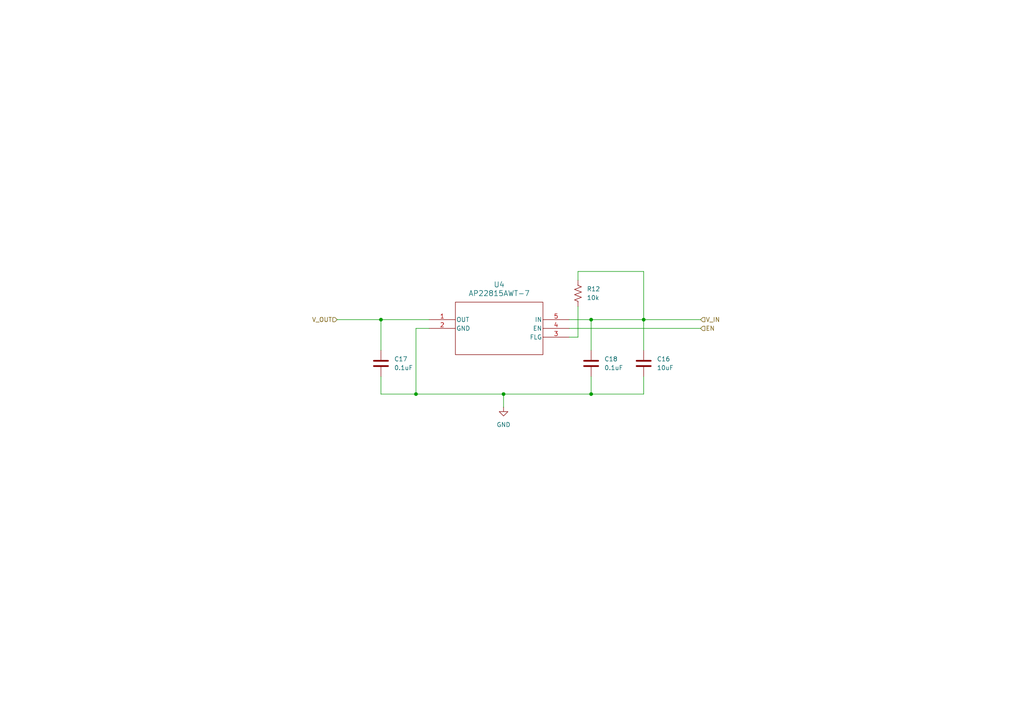
<source format=kicad_sch>
(kicad_sch (version 20250114) (generator "eeschema") (generator_version "9.0")
  (paper "A4")
  (title_block (title "Enable Switch for GPS and SD Card") (date "2025-07-29") (company "California Strawberry Commission"))
  (lib_symbols
    (symbol "Device:C" (pin_numbers (hide yes)) (pin_names (offset 0.254))
      (property "Reference" "C" (at 0.635 2.54 0))
      (property "Value" "C" (at 0.635 -2.54 0))
      (symbol "C_0_1"
        (polyline (pts (xy -2.032 0.762) (xy 2.032 0.762)) (stroke (width 0.508)))
        (polyline (pts (xy -2.032 -0.762) (xy 2.032 -0.762)) (stroke (width 0.508)))
      )
      (symbol "C_1_1"
        (pin passive line (at 0 3.81 270) (length 2.794) (name "~") (number "1"))
        (pin passive line (at 0 -3.81 90) (length 2.794) (name "~") (number "2"))
      )
    )
    (symbol "Device:R_US" (pin_numbers (hide yes)) (pin_names (offset 0))
      (property "Reference" "R" (at 2.54 0 90))
      (property "Value" "R_US" (at -2.54 0 90))
      (symbol "R_US_0_1"
        (polyline (pts (xy 0 2.286) (xy 0 2.54)))
        (polyline (pts (xy 0 2.286) (xy 1.016 1.905) (xy 0 1.524) (xy -1.016 1.143) (xy 0 0.762)))
        (polyline (pts (xy 0 0.762) (xy 1.016 0.381) (xy 0 0) (xy -1.016 -0.381) (xy 0 -0.762)))
        (polyline (pts (xy 0 -0.762) (xy 1.016 -1.143) (xy 0 -1.524) (xy -1.016 -1.905) (xy 0 -2.286)))
        (polyline (pts (xy 0 -2.286) (xy 0 -2.54)))
      )
      (symbol "R_US_1_1"
        (pin passive line (at 0 3.81 270) (length 1.27) (name "~") (number "1"))
        (pin passive line (at 0 -3.81 90) (length 1.27) (name "~") (number "2"))
      )
    )
    (symbol "power:GND" (power) (pin_numbers (hide yes)) (pin_names (offset 0) (hide yes))
      (property "Value" "GND" (at 0 -3.81 0))
      (symbol "GND_0_1"
        (polyline (pts (xy 0 0) (xy 0 -1.27) (xy 1.27 -1.27) (xy 0 -2.54) (xy -1.27 -1.27) (xy 0 -1.27)))
      )
      (symbol "GND_1_1"
        (pin power_in line (at 0 0 270) (length 0) (name "~") (number "1"))
      )
    )
    (symbol "voltage_switch:AP22815AWT-7" (pin_names (offset 0.254))
      (property "Reference" "U4" (at 20.32 10.16 0))
      (property "Value" "AP22815AWT-7" (at 20.32 7.62 0))
      (symbol "AP22815AWT-7_0_1"
        (pin output line (at 0 0 0) (length 7.62) (name "OUT") (number "1"))
        (pin power_out line (at 0 -2.54 0) (length 7.62) (name "GND") (number "2"))
        (pin unspecified line (at 40.64 0 180) (length 7.62) (name "IN") (number "5"))
        (pin unspecified line (at 40.64 -2.54 180) (length 7.62) (name "EN") (number "4"))
        (pin unspecified line (at 40.64 -5.08 180) (length 7.62) (name "FLG") (number "3"))
      )
      (symbol "AP22815AWT-7_1_1"
        (rectangle (start 7.62 5.08) (end 33.02 -10.16))
      )
    )
  )
  (junction (at 120.65 114.3))
  (junction (at 110.49 92.71))
  (junction (at 171.45 114.3))
  (junction (at 146.05 114.3))
  (junction (at 171.45 92.71))
  (junction (at 186.69 92.71))
  (wire (pts (xy 167.64 97.79) (xy 167.64 88.9)))
  (wire (pts (xy 186.69 109.22) (xy 186.69 114.3)))
  (wire (pts (xy 165.1 92.71) (xy 171.45 92.71)))
  (wire (pts (xy 203.2 95.25) (xy 165.1 95.25)))
  (wire (pts (xy 110.49 92.71) (xy 110.49 101.6)))
  (wire (pts (xy 110.49 114.3) (xy 120.65 114.3)))
  (wire (pts (xy 167.64 81.28) (xy 167.64 78.74)))
  (wire (pts (xy 167.64 78.74) (xy 186.69 78.74)))
  (wire (pts (xy 146.05 114.3) (xy 146.05 118.11)))
  (wire (pts (xy 124.46 95.25) (xy 120.65 95.25)))
  (wire (pts (xy 186.69 78.74) (xy 186.69 92.71)))
  (wire (pts (xy 120.65 95.25) (xy 120.65 114.3)))
  (wire (pts (xy 146.05 114.3) (xy 171.45 114.3)))
  (wire (pts (xy 171.45 92.71) (xy 186.69 92.71)))
  (wire (pts (xy 171.45 114.3) (xy 186.69 114.3)))
  (wire (pts (xy 171.45 92.71) (xy 171.45 101.6)))
  (wire (pts (xy 97.79 92.71) (xy 110.49 92.71)))
  (wire (pts (xy 110.49 92.71) (xy 124.46 92.71)))
  (wire (pts (xy 120.65 114.3) (xy 146.05 114.3)))
  (wire (pts (xy 171.45 109.22) (xy 171.45 114.3)))
  (wire (pts (xy 165.1 97.79) (xy 167.64 97.79)))
  (wire (pts (xy 186.69 92.71) (xy 203.2 92.71)))
  (wire (pts (xy 110.49 109.22) (xy 110.49 114.3)))
  (wire (pts (xy 186.69 92.71) (xy 186.69 101.6)))
  (hierarchical_label "V_OUT" (shape input) (at 97.79 92.71 180))
  (hierarchical_label "EN" (shape input) (at 203.2 95.25 0))
  (hierarchical_label "V_IN" (shape input) (at 203.2 92.71 0))
  (symbol (lib_id "voltage_switch:AP22815AWT-7") (at 124.46 92.71 0) (unit 1)
    (property "Reference" "U4" (at 144.78 82.55 0) (effects (font (size 1.524 1.524))))
    (property "Value" "AP22815AWT-7" (at 144.78 85.09 0) (effects (font (size 1.524 1.524))))
    (property "Footprint" "footprints:IC5_AP22815AWT-7_DIO" (effects (hide yes)))
    (property "Datasheet" "https://www.digikey.com/en/products/detail/diodes-incorporated/AP22815AWT-7/9562754" (effects (hide yes)))
  )
  (symbol (lib_id "Device:C") (at 171.45 105.41 0) (unit 1)
    (property "Reference" "C18" (at 175.26 104.1399 0) (effects (justify left)))
    (property "Value" "0.1uF" (at 175.26 106.6799 0) (effects (justify left)))
    (property "Footprint" "Capacitor_SMD:C_0603_1608Metric" (effects (hide yes)))
    (property "Datasheet" "https://www.digikey.com/en/products/detail/kemet/C0603C104K8RACAUTO/8572409" (effects (hide yes)))
    (property "Description" "Unpolarized capacitor" (effects (hide yes)))
    (property "Part #" "C0603C104K8RACAUTO" (effects (hide yes)))
  )
  (symbol (lib_id "Device:C") (at 110.49 105.41 0) (unit 1)
    (property "Reference" "C17" (at 114.3 104.1399 0) (effects (justify left)))
    (property "Value" "0.1uF" (at 114.3 106.6799 0) (effects (justify left)))
    (property "Footprint" "Capacitor_SMD:C_0603_1608Metric" (effects (hide yes)))
    (property "Datasheet" "https://www.digikey.com/en/products/detail/kemet/C0603C104K8RACAUTO/8572409" (effects (hide yes)))
    (property "Description" "Unpolarized capacitor" (effects (hide yes)))
    (property "Part #" "C0603C104K8RACAUTO" (effects (hide yes)))
  )
  (symbol (lib_id "Device:R_US") (at 167.64 85.09 0) (unit 1)
    (property "Reference" "R12" (at 170.18 83.8199 0) (effects (justify left)))
    (property "Value" "10k" (at 170.18 86.3599 0) (effects (justify left)))
    (property "Description" "Resistor, US symbol" (effects (hide yes)))
  )
  (symbol (lib_id "power:GND") (at 146.05 118.11 0) (unit 1)
    (property "Reference" "#PWR012" (effects (hide yes)))
    (property "Value" "GND" (at 146.05 123.19 0))
    (property "Description" "Power symbol creates a global label with name \"GND\" , ground" (effects (hide yes)))
  )
  (symbol (lib_id "Device:C") (at 186.69 105.41 0) (unit 1)
    (property "Reference" "C16" (at 190.5 104.1399 0) (effects (justify left)))
    (property "Value" "10uF" (at 190.5 106.6799 0) (effects (justify left)))
    (property "Footprint" "Capacitor_SMD:C_0805_2012Metric" (effects (hide yes)))
    (property "Datasheet" "https://www.digikey.com/en/products/detail/murata-electronics/GCM21BR71A106KE22K/4903979" (effects (hide yes)))
    (property "Description" "Unpolarized capacitor" (effects (hide yes)))
    (property "Part #" "GCM21BR71A106KE22K" (effects (hide yes)))
  )
)
</source>
